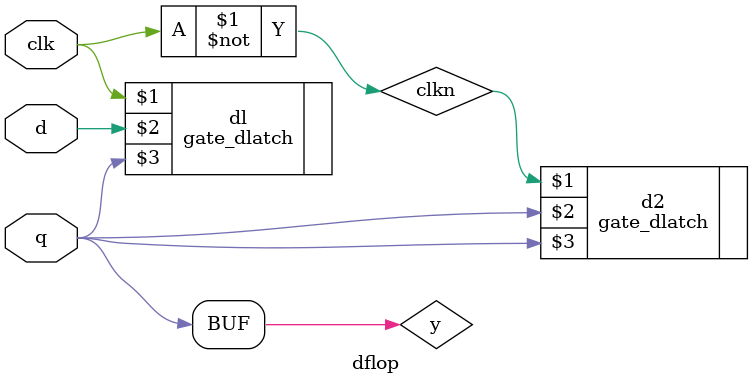
<source format=v>
/*
Use your D-Latch to implement the D-Flip-Flop:
*/

module dflop(clk, d, q);
    input clk, d;
    inout q;

    wire y = q;

    wire clkn;
    not nt1(clkn, clk);
    gate_dlatch dl(clk, d, y);
    gate_dlatch d2(clkn, y, q);

endmodule
</source>
